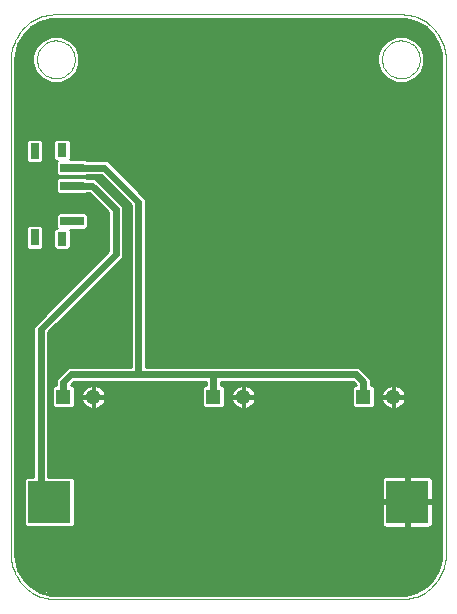
<source format=gbl>
G75*
G70*
%OFA0B0*%
%FSLAX24Y24*%
%IPPOS*%
%LPD*%
%AMOC8*
5,1,8,0,0,1.08239X$1,22.5*
%
%ADD10C,0.0000*%
%ADD11R,0.0787X0.0315*%
%ADD12R,0.0315X0.0472*%
%ADD13R,0.0315X0.0551*%
%ADD14R,0.1417X0.1417*%
%ADD15R,0.0515X0.0515*%
%ADD16C,0.0515*%
%ADD17C,0.0240*%
%ADD18C,0.0100*%
D10*
X000656Y002155D02*
X000656Y018655D01*
X001526Y018655D02*
X001528Y018705D01*
X001534Y018755D01*
X001544Y018804D01*
X001558Y018852D01*
X001575Y018899D01*
X001596Y018944D01*
X001621Y018988D01*
X001649Y019029D01*
X001681Y019068D01*
X001715Y019105D01*
X001752Y019139D01*
X001792Y019169D01*
X001834Y019196D01*
X001878Y019220D01*
X001924Y019241D01*
X001971Y019257D01*
X002019Y019270D01*
X002069Y019279D01*
X002118Y019284D01*
X002169Y019285D01*
X002219Y019282D01*
X002268Y019275D01*
X002317Y019264D01*
X002365Y019249D01*
X002411Y019231D01*
X002456Y019209D01*
X002499Y019183D01*
X002540Y019154D01*
X002579Y019122D01*
X002615Y019087D01*
X002647Y019049D01*
X002677Y019009D01*
X002704Y018966D01*
X002727Y018922D01*
X002746Y018876D01*
X002762Y018828D01*
X002774Y018779D01*
X002782Y018730D01*
X002786Y018680D01*
X002786Y018630D01*
X002782Y018580D01*
X002774Y018531D01*
X002762Y018482D01*
X002746Y018434D01*
X002727Y018388D01*
X002704Y018344D01*
X002677Y018301D01*
X002647Y018261D01*
X002615Y018223D01*
X002579Y018188D01*
X002540Y018156D01*
X002499Y018127D01*
X002456Y018101D01*
X002411Y018079D01*
X002365Y018061D01*
X002317Y018046D01*
X002268Y018035D01*
X002219Y018028D01*
X002169Y018025D01*
X002118Y018026D01*
X002069Y018031D01*
X002019Y018040D01*
X001971Y018053D01*
X001924Y018069D01*
X001878Y018090D01*
X001834Y018114D01*
X001792Y018141D01*
X001752Y018171D01*
X001715Y018205D01*
X001681Y018242D01*
X001649Y018281D01*
X001621Y018322D01*
X001596Y018366D01*
X001575Y018411D01*
X001558Y018458D01*
X001544Y018506D01*
X001534Y018555D01*
X001528Y018605D01*
X001526Y018655D01*
X000656Y018655D02*
X000658Y018731D01*
X000664Y018807D01*
X000673Y018882D01*
X000687Y018957D01*
X000704Y019031D01*
X000725Y019104D01*
X000749Y019176D01*
X000778Y019247D01*
X000809Y019316D01*
X000844Y019383D01*
X000883Y019448D01*
X000925Y019512D01*
X000970Y019573D01*
X001018Y019632D01*
X001069Y019688D01*
X001123Y019742D01*
X001179Y019793D01*
X001238Y019841D01*
X001299Y019886D01*
X001363Y019928D01*
X001428Y019967D01*
X001495Y020002D01*
X001564Y020033D01*
X001635Y020062D01*
X001707Y020086D01*
X001780Y020107D01*
X001854Y020124D01*
X001929Y020138D01*
X002004Y020147D01*
X002080Y020153D01*
X002156Y020155D01*
X013656Y020155D01*
X013026Y018655D02*
X013028Y018705D01*
X013034Y018755D01*
X013044Y018804D01*
X013058Y018852D01*
X013075Y018899D01*
X013096Y018944D01*
X013121Y018988D01*
X013149Y019029D01*
X013181Y019068D01*
X013215Y019105D01*
X013252Y019139D01*
X013292Y019169D01*
X013334Y019196D01*
X013378Y019220D01*
X013424Y019241D01*
X013471Y019257D01*
X013519Y019270D01*
X013569Y019279D01*
X013618Y019284D01*
X013669Y019285D01*
X013719Y019282D01*
X013768Y019275D01*
X013817Y019264D01*
X013865Y019249D01*
X013911Y019231D01*
X013956Y019209D01*
X013999Y019183D01*
X014040Y019154D01*
X014079Y019122D01*
X014115Y019087D01*
X014147Y019049D01*
X014177Y019009D01*
X014204Y018966D01*
X014227Y018922D01*
X014246Y018876D01*
X014262Y018828D01*
X014274Y018779D01*
X014282Y018730D01*
X014286Y018680D01*
X014286Y018630D01*
X014282Y018580D01*
X014274Y018531D01*
X014262Y018482D01*
X014246Y018434D01*
X014227Y018388D01*
X014204Y018344D01*
X014177Y018301D01*
X014147Y018261D01*
X014115Y018223D01*
X014079Y018188D01*
X014040Y018156D01*
X013999Y018127D01*
X013956Y018101D01*
X013911Y018079D01*
X013865Y018061D01*
X013817Y018046D01*
X013768Y018035D01*
X013719Y018028D01*
X013669Y018025D01*
X013618Y018026D01*
X013569Y018031D01*
X013519Y018040D01*
X013471Y018053D01*
X013424Y018069D01*
X013378Y018090D01*
X013334Y018114D01*
X013292Y018141D01*
X013252Y018171D01*
X013215Y018205D01*
X013181Y018242D01*
X013149Y018281D01*
X013121Y018322D01*
X013096Y018366D01*
X013075Y018411D01*
X013058Y018458D01*
X013044Y018506D01*
X013034Y018555D01*
X013028Y018605D01*
X013026Y018655D01*
X013656Y020155D02*
X013732Y020153D01*
X013808Y020147D01*
X013883Y020138D01*
X013958Y020124D01*
X014032Y020107D01*
X014105Y020086D01*
X014177Y020062D01*
X014248Y020033D01*
X014317Y020002D01*
X014384Y019967D01*
X014449Y019928D01*
X014513Y019886D01*
X014574Y019841D01*
X014633Y019793D01*
X014689Y019742D01*
X014743Y019688D01*
X014794Y019632D01*
X014842Y019573D01*
X014887Y019512D01*
X014929Y019448D01*
X014968Y019383D01*
X015003Y019316D01*
X015034Y019247D01*
X015063Y019176D01*
X015087Y019104D01*
X015108Y019031D01*
X015125Y018957D01*
X015139Y018882D01*
X015148Y018807D01*
X015154Y018731D01*
X015156Y018655D01*
X015156Y002155D01*
X015154Y002079D01*
X015148Y002003D01*
X015139Y001928D01*
X015125Y001853D01*
X015108Y001779D01*
X015087Y001706D01*
X015063Y001634D01*
X015034Y001563D01*
X015003Y001494D01*
X014968Y001427D01*
X014929Y001362D01*
X014887Y001298D01*
X014842Y001237D01*
X014794Y001178D01*
X014743Y001122D01*
X014689Y001068D01*
X014633Y001017D01*
X014574Y000969D01*
X014513Y000924D01*
X014449Y000882D01*
X014384Y000843D01*
X014317Y000808D01*
X014248Y000777D01*
X014177Y000748D01*
X014105Y000724D01*
X014032Y000703D01*
X013958Y000686D01*
X013883Y000672D01*
X013808Y000663D01*
X013732Y000657D01*
X013656Y000655D01*
X002156Y000655D01*
X002080Y000657D01*
X002004Y000663D01*
X001929Y000672D01*
X001854Y000686D01*
X001780Y000703D01*
X001707Y000724D01*
X001635Y000748D01*
X001564Y000777D01*
X001495Y000808D01*
X001428Y000843D01*
X001363Y000882D01*
X001299Y000924D01*
X001238Y000969D01*
X001179Y001017D01*
X001123Y001068D01*
X001069Y001122D01*
X001018Y001178D01*
X000970Y001237D01*
X000925Y001298D01*
X000883Y001362D01*
X000844Y001427D01*
X000809Y001494D01*
X000778Y001563D01*
X000749Y001634D01*
X000725Y001706D01*
X000704Y001779D01*
X000687Y001853D01*
X000673Y001928D01*
X000664Y002003D01*
X000658Y002079D01*
X000656Y002155D01*
D11*
X002693Y013269D03*
X002693Y014450D03*
X002693Y015041D03*
D12*
X002358Y015631D03*
X002358Y012679D03*
D13*
X001453Y012718D03*
X001453Y015592D03*
D14*
X001941Y003905D03*
X013870Y003905D03*
D15*
X012406Y007405D03*
X007406Y007405D03*
X002406Y007405D03*
D16*
X003406Y007405D03*
X008406Y007405D03*
X013406Y007405D03*
D17*
X012406Y007405D02*
X012406Y007905D01*
X012156Y008155D01*
X007406Y008155D01*
X007406Y007405D01*
X007406Y008155D02*
X004906Y008155D01*
X004906Y013905D01*
X003770Y015041D01*
X002693Y015041D01*
X002693Y014450D02*
X003360Y014450D01*
X004156Y013655D01*
X004156Y012155D01*
X001656Y009655D01*
X001656Y004191D01*
X001941Y003905D01*
X002406Y007405D02*
X002406Y007905D01*
X002656Y008155D01*
X004906Y008155D01*
D18*
X000908Y001638D02*
X001085Y001333D01*
X001334Y001084D01*
X001639Y000908D01*
X001979Y000817D01*
X001979Y000817D01*
X002156Y000805D01*
X013656Y000805D01*
X013832Y000817D01*
X014172Y000908D01*
X014477Y001084D01*
X014727Y001333D01*
X014903Y001638D01*
X014994Y001979D01*
X015006Y002155D01*
X015006Y018593D01*
X015006Y018626D01*
X015006Y018655D01*
X014994Y018831D01*
X014903Y019172D01*
X014727Y019477D01*
X001084Y019477D01*
X001085Y019477D02*
X001334Y019726D01*
X001639Y019902D01*
X001979Y019994D01*
X002156Y020005D01*
X002201Y020005D01*
X002218Y020005D01*
X013656Y020005D01*
X013832Y019994D01*
X014172Y019902D01*
X014477Y019726D01*
X014727Y019477D01*
X014784Y019378D02*
X013947Y019378D01*
X013811Y019435D02*
X014097Y019316D01*
X014317Y019097D01*
X014435Y018810D01*
X014435Y018500D01*
X014317Y018213D01*
X014097Y017994D01*
X013811Y017875D01*
X013500Y017875D01*
X013214Y017994D01*
X012994Y018213D01*
X012876Y018500D01*
X012876Y018810D01*
X012994Y019097D01*
X013214Y019316D01*
X013500Y019435D01*
X013811Y019435D01*
X014134Y019280D02*
X014840Y019280D01*
X014897Y019181D02*
X014232Y019181D01*
X014323Y019083D02*
X014927Y019083D01*
X014953Y018984D02*
X014363Y018984D01*
X014404Y018886D02*
X014979Y018886D01*
X014997Y018787D02*
X014435Y018787D01*
X014435Y018689D02*
X015003Y018689D01*
X015006Y018590D02*
X014435Y018590D01*
X014432Y018491D02*
X015006Y018491D01*
X015006Y018393D02*
X014391Y018393D01*
X014350Y018294D02*
X015006Y018294D01*
X015006Y018196D02*
X014299Y018196D01*
X014201Y018097D02*
X015006Y018097D01*
X015006Y017999D02*
X014102Y017999D01*
X013871Y017900D02*
X015006Y017900D01*
X015006Y017802D02*
X000806Y017802D01*
X000806Y017900D02*
X001940Y017900D01*
X002000Y017875D02*
X002311Y017875D01*
X002597Y017994D01*
X002817Y018213D01*
X002935Y018500D01*
X002935Y018810D01*
X002817Y019097D01*
X002597Y019316D01*
X002311Y019435D01*
X002000Y019435D01*
X001714Y019316D01*
X001494Y019097D01*
X001376Y018810D01*
X001376Y018500D01*
X001494Y018213D01*
X001714Y017994D01*
X002000Y017875D01*
X001709Y017999D02*
X000806Y017999D01*
X000806Y018097D02*
X001610Y018097D01*
X001512Y018196D02*
X000806Y018196D01*
X000806Y018294D02*
X001461Y018294D01*
X001420Y018393D02*
X000806Y018393D01*
X000806Y018491D02*
X001379Y018491D01*
X001376Y018590D02*
X000806Y018590D01*
X000806Y018655D02*
X000817Y018831D01*
X000908Y019172D01*
X001085Y019477D01*
X001028Y019378D02*
X001864Y019378D01*
X001677Y019280D02*
X000971Y019280D01*
X000914Y019181D02*
X001579Y019181D01*
X001489Y019083D02*
X000884Y019083D01*
X000858Y018984D02*
X001448Y018984D01*
X001407Y018886D02*
X000832Y018886D01*
X000814Y018787D02*
X001376Y018787D01*
X001376Y018689D02*
X000808Y018689D01*
X000806Y018655D02*
X000806Y002217D01*
X000806Y002206D01*
X000806Y002155D01*
X000817Y001979D01*
X000908Y001638D01*
X000908Y001641D02*
X014903Y001641D01*
X014930Y001739D02*
X000881Y001739D01*
X000855Y001838D02*
X014956Y001838D01*
X014983Y001936D02*
X000829Y001936D01*
X000813Y002035D02*
X014998Y002035D01*
X015004Y002133D02*
X000807Y002133D01*
X000806Y002232D02*
X015006Y002232D01*
X015006Y002330D02*
X000806Y002330D01*
X000806Y002429D02*
X015006Y002429D01*
X015006Y002527D02*
X000806Y002527D01*
X000806Y002626D02*
X015006Y002626D01*
X015006Y002725D02*
X000806Y002725D01*
X000806Y002823D02*
X015006Y002823D01*
X015006Y002922D02*
X000806Y002922D01*
X000806Y003020D02*
X015006Y003020D01*
X015006Y003119D02*
X014707Y003119D01*
X014699Y003104D02*
X014719Y003139D01*
X014729Y003177D01*
X014729Y003855D01*
X013920Y003855D01*
X013920Y003046D01*
X014599Y003046D01*
X014637Y003057D01*
X014671Y003076D01*
X014699Y003104D01*
X014729Y003217D02*
X015006Y003217D01*
X015006Y003316D02*
X014729Y003316D01*
X014729Y003414D02*
X015006Y003414D01*
X015006Y003513D02*
X014729Y003513D01*
X014729Y003611D02*
X015006Y003611D01*
X015006Y003710D02*
X014729Y003710D01*
X014729Y003809D02*
X015006Y003809D01*
X015006Y003907D02*
X013920Y003907D01*
X013920Y003955D02*
X013920Y003855D01*
X013820Y003855D01*
X013011Y003855D01*
X013011Y003177D01*
X013022Y003139D01*
X013041Y003104D01*
X013069Y003076D01*
X013104Y003057D01*
X013142Y003046D01*
X013820Y003046D01*
X013820Y003855D01*
X013820Y003955D01*
X013011Y003955D01*
X013011Y004634D01*
X013022Y004672D01*
X013041Y004706D01*
X013069Y004734D01*
X013104Y004754D01*
X013142Y004764D01*
X013820Y004764D01*
X013820Y003955D01*
X013920Y003955D01*
X013920Y004764D01*
X014599Y004764D01*
X014637Y004754D01*
X014671Y004734D01*
X014699Y004706D01*
X014719Y004672D01*
X014729Y004634D01*
X014729Y003955D01*
X013920Y003955D01*
X013920Y004006D02*
X013820Y004006D01*
X013820Y004104D02*
X013920Y004104D01*
X013920Y004203D02*
X013820Y004203D01*
X013820Y004301D02*
X013920Y004301D01*
X013920Y004400D02*
X013820Y004400D01*
X013820Y004498D02*
X013920Y004498D01*
X013920Y004597D02*
X013820Y004597D01*
X013820Y004695D02*
X013920Y004695D01*
X013820Y003907D02*
X002780Y003907D01*
X002780Y003809D02*
X013011Y003809D01*
X013011Y003710D02*
X002780Y003710D01*
X002780Y003611D02*
X013011Y003611D01*
X013011Y003513D02*
X002780Y003513D01*
X002780Y003414D02*
X013011Y003414D01*
X013011Y003316D02*
X002780Y003316D01*
X002780Y003217D02*
X013011Y003217D01*
X013033Y003119D02*
X002756Y003119D01*
X002780Y003143D02*
X002704Y003066D01*
X001179Y003066D01*
X001102Y003143D01*
X001102Y004668D01*
X001179Y004744D01*
X001406Y004744D01*
X001406Y009705D01*
X001444Y009797D01*
X001514Y009867D01*
X003906Y012259D01*
X003906Y013552D01*
X003257Y014200D01*
X003178Y014200D01*
X003141Y014163D01*
X002245Y014163D01*
X002169Y014239D01*
X002169Y014662D01*
X002245Y014738D01*
X003141Y014738D01*
X003178Y014700D01*
X003311Y014700D01*
X003410Y014700D01*
X003502Y014662D01*
X004297Y013867D01*
X004297Y013867D01*
X004367Y013797D01*
X004406Y013705D01*
X004406Y012205D01*
X004406Y012105D01*
X004367Y012014D01*
X001906Y009552D01*
X001906Y004744D01*
X002704Y004744D01*
X002780Y004668D01*
X002780Y003143D01*
X002780Y004006D02*
X013011Y004006D01*
X013011Y004104D02*
X002780Y004104D01*
X002780Y004203D02*
X013011Y004203D01*
X013011Y004301D02*
X002780Y004301D01*
X002780Y004400D02*
X013011Y004400D01*
X013011Y004498D02*
X002780Y004498D01*
X002780Y004597D02*
X013011Y004597D01*
X013035Y004695D02*
X002752Y004695D01*
X001906Y004794D02*
X015006Y004794D01*
X015006Y004892D02*
X001906Y004892D01*
X001906Y004991D02*
X015006Y004991D01*
X015006Y005090D02*
X001906Y005090D01*
X001906Y005188D02*
X015006Y005188D01*
X015006Y005287D02*
X001906Y005287D01*
X001906Y005385D02*
X015006Y005385D01*
X015006Y005484D02*
X001906Y005484D01*
X001906Y005582D02*
X015006Y005582D01*
X015006Y005681D02*
X001906Y005681D01*
X001906Y005779D02*
X015006Y005779D01*
X015006Y005878D02*
X001906Y005878D01*
X001906Y005976D02*
X015006Y005976D01*
X015006Y006075D02*
X001906Y006075D01*
X001906Y006174D02*
X015006Y006174D01*
X015006Y006272D02*
X001906Y006272D01*
X001906Y006371D02*
X015006Y006371D01*
X015006Y006469D02*
X001906Y006469D01*
X001906Y006568D02*
X015006Y006568D01*
X015006Y006666D02*
X001906Y006666D01*
X001906Y006765D02*
X015006Y006765D01*
X015006Y006863D02*
X001906Y006863D01*
X001906Y006962D02*
X015006Y006962D01*
X015006Y007060D02*
X013624Y007060D01*
X013619Y007057D02*
X013671Y007094D01*
X013716Y007140D01*
X013754Y007192D01*
X013783Y007249D01*
X013803Y007310D01*
X013813Y007373D01*
X013813Y007376D01*
X013435Y007376D01*
X013435Y007434D01*
X013813Y007434D01*
X013813Y007437D01*
X013803Y007501D01*
X013783Y007562D01*
X013754Y007619D01*
X013716Y007671D01*
X013671Y007716D01*
X013619Y007754D01*
X013562Y007783D01*
X013501Y007803D01*
X013438Y007813D01*
X013434Y007813D01*
X013434Y007434D01*
X013377Y007434D01*
X013377Y007813D01*
X013374Y007813D01*
X013310Y007803D01*
X013249Y007783D01*
X013192Y007754D01*
X013140Y007716D01*
X013095Y007671D01*
X013057Y007619D01*
X013028Y007562D01*
X013008Y007501D01*
X012998Y007437D01*
X012998Y007434D01*
X013377Y007434D01*
X013377Y007376D01*
X013434Y007376D01*
X013434Y006998D01*
X013438Y006998D01*
X013501Y007008D01*
X013562Y007027D01*
X013619Y007057D01*
X013730Y007159D02*
X015006Y007159D01*
X015006Y007258D02*
X013786Y007258D01*
X013810Y007356D02*
X015006Y007356D01*
X015006Y007455D02*
X013810Y007455D01*
X013786Y007553D02*
X015006Y007553D01*
X015006Y007652D02*
X013730Y007652D01*
X013624Y007750D02*
X015006Y007750D01*
X015006Y007849D02*
X012656Y007849D01*
X012656Y007855D02*
X012656Y007955D01*
X012617Y008047D01*
X012367Y008297D01*
X012297Y008367D01*
X012205Y008405D01*
X007455Y008405D01*
X007356Y008405D01*
X005156Y008405D01*
X005156Y013955D01*
X005117Y014047D01*
X005047Y014117D01*
X003911Y015253D01*
X003819Y015291D01*
X003720Y015291D01*
X003178Y015291D01*
X003141Y015328D01*
X002633Y015328D01*
X002646Y015341D01*
X002646Y015922D01*
X002570Y015998D01*
X002147Y015998D01*
X002071Y015922D01*
X002071Y015341D01*
X002147Y015265D01*
X002182Y015265D01*
X002169Y015252D01*
X002169Y014830D01*
X002245Y014753D01*
X003141Y014753D01*
X003178Y014791D01*
X003666Y014791D01*
X004656Y013802D01*
X004656Y008405D01*
X002606Y008405D01*
X002514Y008367D01*
X002444Y008297D01*
X002194Y008047D01*
X002156Y007955D01*
X002156Y007855D01*
X002156Y007793D01*
X002094Y007793D01*
X002018Y007716D01*
X002018Y007094D01*
X002094Y007018D01*
X002717Y007018D01*
X002793Y007094D01*
X002793Y007716D01*
X002717Y007793D01*
X002656Y007793D01*
X002656Y007802D01*
X002759Y007905D01*
X004856Y007905D01*
X004955Y007905D01*
X007156Y007905D01*
X007156Y007793D01*
X007094Y007793D01*
X007018Y007716D01*
X007018Y007094D01*
X007094Y007018D01*
X007717Y007018D01*
X007793Y007094D01*
X007793Y007716D01*
X007717Y007793D01*
X007656Y007793D01*
X007656Y007905D01*
X012052Y007905D01*
X012156Y007802D01*
X012156Y007793D01*
X012094Y007793D01*
X012018Y007716D01*
X012018Y007094D01*
X012094Y007018D01*
X012717Y007018D01*
X012793Y007094D01*
X012793Y007716D01*
X012717Y007793D01*
X012656Y007793D01*
X012656Y007855D01*
X012656Y007947D02*
X015006Y007947D01*
X015006Y008046D02*
X012618Y008046D01*
X012520Y008144D02*
X015006Y008144D01*
X015006Y008243D02*
X012421Y008243D01*
X012323Y008341D02*
X015006Y008341D01*
X015006Y008440D02*
X005156Y008440D01*
X005156Y008539D02*
X015006Y008539D01*
X015006Y008637D02*
X005156Y008637D01*
X005156Y008736D02*
X015006Y008736D01*
X015006Y008834D02*
X005156Y008834D01*
X005156Y008933D02*
X015006Y008933D01*
X015006Y009031D02*
X005156Y009031D01*
X005156Y009130D02*
X015006Y009130D01*
X015006Y009228D02*
X005156Y009228D01*
X005156Y009327D02*
X015006Y009327D01*
X015006Y009425D02*
X005156Y009425D01*
X005156Y009524D02*
X015006Y009524D01*
X015006Y009623D02*
X005156Y009623D01*
X005156Y009721D02*
X015006Y009721D01*
X015006Y009820D02*
X005156Y009820D01*
X005156Y009918D02*
X015006Y009918D01*
X015006Y010017D02*
X005156Y010017D01*
X005156Y010115D02*
X015006Y010115D01*
X015006Y010214D02*
X005156Y010214D01*
X005156Y010312D02*
X015006Y010312D01*
X015006Y010411D02*
X005156Y010411D01*
X005156Y010509D02*
X015006Y010509D01*
X015006Y010608D02*
X005156Y010608D01*
X005156Y010707D02*
X015006Y010707D01*
X015006Y010805D02*
X005156Y010805D01*
X005156Y010904D02*
X015006Y010904D01*
X015006Y011002D02*
X005156Y011002D01*
X005156Y011101D02*
X015006Y011101D01*
X015006Y011199D02*
X005156Y011199D01*
X005156Y011298D02*
X015006Y011298D01*
X015006Y011396D02*
X005156Y011396D01*
X005156Y011495D02*
X015006Y011495D01*
X015006Y011593D02*
X005156Y011593D01*
X005156Y011692D02*
X015006Y011692D01*
X015006Y011791D02*
X005156Y011791D01*
X005156Y011889D02*
X015006Y011889D01*
X015006Y011988D02*
X005156Y011988D01*
X005156Y012086D02*
X015006Y012086D01*
X015006Y012185D02*
X005156Y012185D01*
X005156Y012283D02*
X015006Y012283D01*
X015006Y012382D02*
X005156Y012382D01*
X005156Y012480D02*
X015006Y012480D01*
X015006Y012579D02*
X005156Y012579D01*
X005156Y012677D02*
X015006Y012677D01*
X015006Y012776D02*
X005156Y012776D01*
X005156Y012874D02*
X015006Y012874D01*
X015006Y012973D02*
X005156Y012973D01*
X005156Y013072D02*
X015006Y013072D01*
X015006Y013170D02*
X005156Y013170D01*
X005156Y013269D02*
X015006Y013269D01*
X015006Y013367D02*
X005156Y013367D01*
X005156Y013466D02*
X015006Y013466D01*
X015006Y013564D02*
X005156Y013564D01*
X005156Y013663D02*
X015006Y013663D01*
X015006Y013761D02*
X005156Y013761D01*
X005156Y013860D02*
X015006Y013860D01*
X015006Y013958D02*
X005154Y013958D01*
X005107Y014057D02*
X015006Y014057D01*
X015006Y014156D02*
X005009Y014156D01*
X004910Y014254D02*
X015006Y014254D01*
X015006Y014353D02*
X004812Y014353D01*
X004713Y014451D02*
X015006Y014451D01*
X015006Y014550D02*
X004614Y014550D01*
X004516Y014648D02*
X015006Y014648D01*
X015006Y014747D02*
X004417Y014747D01*
X004319Y014845D02*
X015006Y014845D01*
X015006Y014944D02*
X004220Y014944D01*
X004122Y015042D02*
X015006Y015042D01*
X015006Y015141D02*
X004023Y015141D01*
X003925Y015240D02*
X015006Y015240D01*
X015006Y015338D02*
X002642Y015338D01*
X002646Y015437D02*
X015006Y015437D01*
X015006Y015535D02*
X002646Y015535D01*
X002646Y015634D02*
X015006Y015634D01*
X015006Y015732D02*
X002646Y015732D01*
X002646Y015831D02*
X015006Y015831D01*
X015006Y015929D02*
X002638Y015929D01*
X002079Y015929D02*
X001732Y015929D01*
X001740Y015922D02*
X001664Y015998D01*
X001241Y015998D01*
X001165Y015922D01*
X001165Y015263D01*
X001241Y015187D01*
X001664Y015187D01*
X001740Y015263D01*
X001740Y015922D01*
X001740Y015831D02*
X002071Y015831D01*
X002071Y015732D02*
X001740Y015732D01*
X001740Y015634D02*
X002071Y015634D01*
X002071Y015535D02*
X001740Y015535D01*
X001740Y015437D02*
X002071Y015437D01*
X002074Y015338D02*
X001740Y015338D01*
X001717Y015240D02*
X002169Y015240D01*
X002169Y015141D02*
X000806Y015141D01*
X000806Y015042D02*
X002169Y015042D01*
X002169Y014944D02*
X000806Y014944D01*
X000806Y014845D02*
X002169Y014845D01*
X002169Y014648D02*
X000806Y014648D01*
X000806Y014550D02*
X002169Y014550D01*
X002169Y014451D02*
X000806Y014451D01*
X000806Y014353D02*
X002169Y014353D01*
X002169Y014254D02*
X000806Y014254D01*
X000806Y014156D02*
X003302Y014156D01*
X003400Y014057D02*
X000806Y014057D01*
X000806Y013958D02*
X003499Y013958D01*
X003597Y013860D02*
X000806Y013860D01*
X000806Y013761D02*
X003696Y013761D01*
X003794Y013663D02*
X000806Y013663D01*
X000806Y013564D02*
X003893Y013564D01*
X003906Y013466D02*
X003217Y013466D01*
X003217Y013481D02*
X003141Y013557D01*
X002245Y013557D01*
X002169Y013481D01*
X002169Y013058D01*
X002182Y013045D01*
X002147Y013045D01*
X002071Y012969D01*
X002071Y012389D01*
X002147Y012313D01*
X002570Y012313D01*
X002646Y012389D01*
X002646Y012969D01*
X002633Y012982D01*
X003141Y012982D01*
X003217Y013058D01*
X003217Y013481D01*
X003217Y013367D02*
X003906Y013367D01*
X003906Y013269D02*
X003217Y013269D01*
X003217Y013170D02*
X003906Y013170D01*
X003906Y013072D02*
X003217Y013072D01*
X002646Y012874D02*
X003906Y012874D01*
X003906Y012776D02*
X002646Y012776D01*
X002646Y012677D02*
X003906Y012677D01*
X003906Y012579D02*
X002646Y012579D01*
X002646Y012480D02*
X003906Y012480D01*
X003906Y012382D02*
X002639Y012382D01*
X002078Y012382D02*
X001733Y012382D01*
X001740Y012389D02*
X001740Y013048D01*
X001664Y013124D01*
X001241Y013124D01*
X001165Y013048D01*
X001165Y012389D01*
X001241Y012313D01*
X001664Y012313D01*
X001740Y012389D01*
X001740Y012480D02*
X002071Y012480D01*
X002071Y012579D02*
X001740Y012579D01*
X001740Y012677D02*
X002071Y012677D01*
X002071Y012776D02*
X001740Y012776D01*
X001740Y012874D02*
X002071Y012874D01*
X002075Y012973D02*
X001740Y012973D01*
X001716Y013072D02*
X002169Y013072D01*
X002169Y013170D02*
X000806Y013170D01*
X000806Y013072D02*
X001189Y013072D01*
X001165Y012973D02*
X000806Y012973D01*
X000806Y012874D02*
X001165Y012874D01*
X001165Y012776D02*
X000806Y012776D01*
X000806Y012677D02*
X001165Y012677D01*
X001165Y012579D02*
X000806Y012579D01*
X000806Y012480D02*
X001165Y012480D01*
X001172Y012382D02*
X000806Y012382D01*
X000806Y012283D02*
X003906Y012283D01*
X003832Y012185D02*
X000806Y012185D01*
X000806Y012086D02*
X003733Y012086D01*
X003635Y011988D02*
X000806Y011988D01*
X000806Y011889D02*
X003536Y011889D01*
X003437Y011791D02*
X000806Y011791D01*
X000806Y011692D02*
X003339Y011692D01*
X003240Y011593D02*
X000806Y011593D01*
X000806Y011495D02*
X003142Y011495D01*
X003043Y011396D02*
X000806Y011396D01*
X000806Y011298D02*
X002945Y011298D01*
X002846Y011199D02*
X000806Y011199D01*
X000806Y011101D02*
X002748Y011101D01*
X002649Y011002D02*
X000806Y011002D01*
X000806Y010904D02*
X002551Y010904D01*
X002452Y010805D02*
X000806Y010805D01*
X000806Y010707D02*
X002354Y010707D01*
X002255Y010608D02*
X000806Y010608D01*
X000806Y010509D02*
X002156Y010509D01*
X002058Y010411D02*
X000806Y010411D01*
X000806Y010312D02*
X001959Y010312D01*
X001861Y010214D02*
X000806Y010214D01*
X000806Y010115D02*
X001762Y010115D01*
X001664Y010017D02*
X000806Y010017D01*
X000806Y009918D02*
X001565Y009918D01*
X001467Y009820D02*
X000806Y009820D01*
X000806Y009721D02*
X001412Y009721D01*
X001406Y009623D02*
X000806Y009623D01*
X000806Y009524D02*
X001406Y009524D01*
X001406Y009425D02*
X000806Y009425D01*
X000806Y009327D02*
X001406Y009327D01*
X001406Y009228D02*
X000806Y009228D01*
X000806Y009130D02*
X001406Y009130D01*
X001406Y009031D02*
X000806Y009031D01*
X000806Y008933D02*
X001406Y008933D01*
X001406Y008834D02*
X000806Y008834D01*
X000806Y008736D02*
X001406Y008736D01*
X001406Y008637D02*
X000806Y008637D01*
X000806Y008539D02*
X001406Y008539D01*
X001406Y008440D02*
X000806Y008440D01*
X000806Y008341D02*
X001406Y008341D01*
X001406Y008243D02*
X000806Y008243D01*
X000806Y008144D02*
X001406Y008144D01*
X001406Y008046D02*
X000806Y008046D01*
X000806Y007947D02*
X001406Y007947D01*
X001406Y007849D02*
X000806Y007849D01*
X000806Y007750D02*
X001406Y007750D01*
X001406Y007652D02*
X000806Y007652D01*
X000806Y007553D02*
X001406Y007553D01*
X001406Y007455D02*
X000806Y007455D01*
X000806Y007356D02*
X001406Y007356D01*
X001406Y007258D02*
X000806Y007258D01*
X000806Y007159D02*
X001406Y007159D01*
X001406Y007060D02*
X000806Y007060D01*
X000806Y006962D02*
X001406Y006962D01*
X001406Y006863D02*
X000806Y006863D01*
X000806Y006765D02*
X001406Y006765D01*
X001406Y006666D02*
X000806Y006666D01*
X000806Y006568D02*
X001406Y006568D01*
X001406Y006469D02*
X000806Y006469D01*
X000806Y006371D02*
X001406Y006371D01*
X001406Y006272D02*
X000806Y006272D01*
X000806Y006174D02*
X001406Y006174D01*
X001406Y006075D02*
X000806Y006075D01*
X000806Y005976D02*
X001406Y005976D01*
X001406Y005878D02*
X000806Y005878D01*
X000806Y005779D02*
X001406Y005779D01*
X001406Y005681D02*
X000806Y005681D01*
X000806Y005582D02*
X001406Y005582D01*
X001406Y005484D02*
X000806Y005484D01*
X000806Y005385D02*
X001406Y005385D01*
X001406Y005287D02*
X000806Y005287D01*
X000806Y005188D02*
X001406Y005188D01*
X001406Y005090D02*
X000806Y005090D01*
X000806Y004991D02*
X001406Y004991D01*
X001406Y004892D02*
X000806Y004892D01*
X000806Y004794D02*
X001406Y004794D01*
X001130Y004695D02*
X000806Y004695D01*
X000806Y004597D02*
X001102Y004597D01*
X001102Y004498D02*
X000806Y004498D01*
X000806Y004400D02*
X001102Y004400D01*
X001102Y004301D02*
X000806Y004301D01*
X000806Y004203D02*
X001102Y004203D01*
X001102Y004104D02*
X000806Y004104D01*
X000806Y004006D02*
X001102Y004006D01*
X001102Y003907D02*
X000806Y003907D01*
X000806Y003809D02*
X001102Y003809D01*
X001102Y003710D02*
X000806Y003710D01*
X000806Y003611D02*
X001102Y003611D01*
X001102Y003513D02*
X000806Y003513D01*
X000806Y003414D02*
X001102Y003414D01*
X001102Y003316D02*
X000806Y003316D01*
X000806Y003217D02*
X001102Y003217D01*
X001126Y003119D02*
X000806Y003119D01*
X000964Y001542D02*
X014847Y001542D01*
X014790Y001443D02*
X001021Y001443D01*
X001078Y001345D02*
X014733Y001345D01*
X014640Y001246D02*
X001171Y001246D01*
X001270Y001148D02*
X014541Y001148D01*
X014417Y001049D02*
X001394Y001049D01*
X001565Y000951D02*
X014247Y000951D01*
X013965Y000852D02*
X001847Y000852D01*
X001906Y007060D02*
X002051Y007060D01*
X002018Y007159D02*
X001906Y007159D01*
X001906Y007258D02*
X002018Y007258D01*
X002018Y007356D02*
X001906Y007356D01*
X001906Y007455D02*
X002018Y007455D01*
X002018Y007553D02*
X001906Y007553D01*
X001906Y007652D02*
X002018Y007652D01*
X002052Y007750D02*
X001906Y007750D01*
X001906Y007849D02*
X002156Y007849D01*
X002156Y007947D02*
X001906Y007947D01*
X001906Y008046D02*
X002193Y008046D01*
X002291Y008144D02*
X001906Y008144D01*
X001906Y008243D02*
X002390Y008243D01*
X002444Y008297D02*
X002444Y008297D01*
X002488Y008341D02*
X001906Y008341D01*
X001906Y008440D02*
X004656Y008440D01*
X004656Y008539D02*
X001906Y008539D01*
X001906Y008637D02*
X004656Y008637D01*
X004656Y008736D02*
X001906Y008736D01*
X001906Y008834D02*
X004656Y008834D01*
X004656Y008933D02*
X001906Y008933D01*
X001906Y009031D02*
X004656Y009031D01*
X004656Y009130D02*
X001906Y009130D01*
X001906Y009228D02*
X004656Y009228D01*
X004656Y009327D02*
X001906Y009327D01*
X001906Y009425D02*
X004656Y009425D01*
X004656Y009524D02*
X001906Y009524D01*
X001977Y009623D02*
X004656Y009623D01*
X004656Y009721D02*
X002075Y009721D01*
X002174Y009820D02*
X004656Y009820D01*
X004656Y009918D02*
X002272Y009918D01*
X002371Y010017D02*
X004656Y010017D01*
X004656Y010115D02*
X002469Y010115D01*
X002568Y010214D02*
X004656Y010214D01*
X004656Y010312D02*
X002666Y010312D01*
X002765Y010411D02*
X004656Y010411D01*
X004656Y010509D02*
X002863Y010509D01*
X002962Y010608D02*
X004656Y010608D01*
X004656Y010707D02*
X003061Y010707D01*
X003159Y010805D02*
X004656Y010805D01*
X004656Y010904D02*
X003258Y010904D01*
X003356Y011002D02*
X004656Y011002D01*
X004656Y011101D02*
X003455Y011101D01*
X003553Y011199D02*
X004656Y011199D01*
X004656Y011298D02*
X003652Y011298D01*
X003750Y011396D02*
X004656Y011396D01*
X004656Y011495D02*
X003849Y011495D01*
X003947Y011593D02*
X004656Y011593D01*
X004656Y011692D02*
X004046Y011692D01*
X004144Y011791D02*
X004656Y011791D01*
X004656Y011889D02*
X004243Y011889D01*
X004342Y011988D02*
X004656Y011988D01*
X004656Y012086D02*
X004398Y012086D01*
X004406Y012185D02*
X004656Y012185D01*
X004656Y012283D02*
X004406Y012283D01*
X004406Y012382D02*
X004656Y012382D01*
X004656Y012480D02*
X004406Y012480D01*
X004406Y012579D02*
X004656Y012579D01*
X004656Y012677D02*
X004406Y012677D01*
X004406Y012776D02*
X004656Y012776D01*
X004656Y012874D02*
X004406Y012874D01*
X004406Y012973D02*
X004656Y012973D01*
X004656Y013072D02*
X004406Y013072D01*
X004406Y013170D02*
X004656Y013170D01*
X004656Y013269D02*
X004406Y013269D01*
X004406Y013367D02*
X004656Y013367D01*
X004656Y013466D02*
X004406Y013466D01*
X004406Y013564D02*
X004656Y013564D01*
X004656Y013663D02*
X004406Y013663D01*
X004382Y013761D02*
X004656Y013761D01*
X004597Y013860D02*
X004304Y013860D01*
X004206Y013958D02*
X004499Y013958D01*
X004400Y014057D02*
X004107Y014057D01*
X004009Y014156D02*
X004302Y014156D01*
X004203Y014254D02*
X003910Y014254D01*
X003812Y014353D02*
X004105Y014353D01*
X004006Y014451D02*
X003713Y014451D01*
X003614Y014550D02*
X003907Y014550D01*
X003809Y014648D02*
X003516Y014648D01*
X003710Y014747D02*
X000806Y014747D01*
X000806Y015240D02*
X001189Y015240D01*
X001165Y015338D02*
X000806Y015338D01*
X000806Y015437D02*
X001165Y015437D01*
X001165Y015535D02*
X000806Y015535D01*
X000806Y015634D02*
X001165Y015634D01*
X001165Y015732D02*
X000806Y015732D01*
X000806Y015831D02*
X001165Y015831D01*
X001173Y015929D02*
X000806Y015929D01*
X000806Y016028D02*
X015006Y016028D01*
X015006Y016126D02*
X000806Y016126D01*
X000806Y016225D02*
X015006Y016225D01*
X015006Y016324D02*
X000806Y016324D01*
X000806Y016422D02*
X015006Y016422D01*
X015006Y016521D02*
X000806Y016521D01*
X000806Y016619D02*
X015006Y016619D01*
X015006Y016718D02*
X000806Y016718D01*
X000806Y016816D02*
X015006Y016816D01*
X015006Y016915D02*
X000806Y016915D01*
X000806Y017013D02*
X015006Y017013D01*
X015006Y017112D02*
X000806Y017112D01*
X000806Y017210D02*
X015006Y017210D01*
X015006Y017309D02*
X000806Y017309D01*
X000806Y017407D02*
X015006Y017407D01*
X015006Y017506D02*
X000806Y017506D01*
X000806Y017605D02*
X015006Y017605D01*
X015006Y017703D02*
X000806Y017703D01*
X001183Y019575D02*
X014628Y019575D01*
X014530Y019674D02*
X001282Y019674D01*
X001414Y019773D02*
X014397Y019773D01*
X014226Y019871D02*
X001585Y019871D01*
X001890Y019970D02*
X013921Y019970D01*
X013364Y019378D02*
X002447Y019378D01*
X002634Y019280D02*
X013177Y019280D01*
X013079Y019181D02*
X002732Y019181D01*
X002823Y019083D02*
X012989Y019083D01*
X012948Y018984D02*
X002863Y018984D01*
X002904Y018886D02*
X012907Y018886D01*
X012876Y018787D02*
X002935Y018787D01*
X002935Y018689D02*
X012876Y018689D01*
X012876Y018590D02*
X002935Y018590D01*
X002932Y018491D02*
X012879Y018491D01*
X012920Y018393D02*
X002891Y018393D01*
X002850Y018294D02*
X012961Y018294D01*
X013012Y018196D02*
X002799Y018196D01*
X002701Y018097D02*
X013110Y018097D01*
X013209Y017999D02*
X002602Y017999D01*
X002371Y017900D02*
X013440Y017900D01*
X012108Y007849D02*
X007656Y007849D01*
X007759Y007750D02*
X008187Y007750D01*
X008192Y007754D02*
X008140Y007716D01*
X008095Y007671D01*
X008057Y007619D01*
X008028Y007562D01*
X008008Y007501D01*
X007998Y007437D01*
X007998Y007434D01*
X008377Y007434D01*
X008377Y007813D01*
X008374Y007813D01*
X008310Y007803D01*
X008249Y007783D01*
X008192Y007754D01*
X008081Y007652D02*
X007793Y007652D01*
X007793Y007553D02*
X008025Y007553D01*
X008001Y007455D02*
X007793Y007455D01*
X007793Y007356D02*
X008001Y007356D01*
X007998Y007373D02*
X008008Y007310D01*
X008028Y007249D01*
X008057Y007192D01*
X008095Y007140D01*
X008140Y007094D01*
X008192Y007057D01*
X008249Y007027D01*
X008310Y007008D01*
X008374Y006998D01*
X008377Y006998D01*
X008377Y007376D01*
X008434Y007376D01*
X008434Y006998D01*
X008438Y006998D01*
X008501Y007008D01*
X008562Y007027D01*
X008619Y007057D01*
X008671Y007094D01*
X008716Y007140D01*
X008754Y007192D01*
X008783Y007249D01*
X008803Y007310D01*
X008813Y007373D01*
X008813Y007376D01*
X008435Y007376D01*
X008435Y007434D01*
X008813Y007434D01*
X008813Y007437D01*
X008803Y007501D01*
X008783Y007562D01*
X008754Y007619D01*
X008716Y007671D01*
X008671Y007716D01*
X008619Y007754D01*
X008562Y007783D01*
X008501Y007803D01*
X008438Y007813D01*
X008434Y007813D01*
X008434Y007434D01*
X008377Y007434D01*
X008377Y007376D01*
X007998Y007376D01*
X007998Y007373D01*
X008025Y007258D02*
X007793Y007258D01*
X007793Y007159D02*
X008081Y007159D01*
X008187Y007060D02*
X007760Y007060D01*
X008377Y007060D02*
X008434Y007060D01*
X008434Y007159D02*
X008377Y007159D01*
X008377Y007258D02*
X008434Y007258D01*
X008434Y007356D02*
X008377Y007356D01*
X008377Y007455D02*
X008434Y007455D01*
X008434Y007553D02*
X008377Y007553D01*
X008377Y007652D02*
X008434Y007652D01*
X008434Y007750D02*
X008377Y007750D01*
X008624Y007750D02*
X012052Y007750D01*
X012018Y007652D02*
X008730Y007652D01*
X008786Y007553D02*
X012018Y007553D01*
X012018Y007455D02*
X008810Y007455D01*
X008810Y007356D02*
X012018Y007356D01*
X012018Y007258D02*
X008786Y007258D01*
X008730Y007159D02*
X012018Y007159D01*
X012051Y007060D02*
X008624Y007060D01*
X007051Y007060D02*
X003624Y007060D01*
X003619Y007057D02*
X003671Y007094D01*
X003716Y007140D01*
X003754Y007192D01*
X003783Y007249D01*
X003803Y007310D01*
X003813Y007373D01*
X003813Y007376D01*
X003435Y007376D01*
X003435Y007434D01*
X003813Y007434D01*
X003813Y007437D01*
X003803Y007501D01*
X003783Y007562D01*
X003754Y007619D01*
X003716Y007671D01*
X003671Y007716D01*
X003619Y007754D01*
X003562Y007783D01*
X003501Y007803D01*
X003438Y007813D01*
X003434Y007813D01*
X003434Y007434D01*
X003377Y007434D01*
X003377Y007813D01*
X003374Y007813D01*
X003310Y007803D01*
X003249Y007783D01*
X003192Y007754D01*
X003140Y007716D01*
X003095Y007671D01*
X003057Y007619D01*
X003028Y007562D01*
X003008Y007501D01*
X002998Y007437D01*
X002998Y007434D01*
X003377Y007434D01*
X003377Y007376D01*
X003434Y007376D01*
X003434Y006998D01*
X003438Y006998D01*
X003501Y007008D01*
X003562Y007027D01*
X003619Y007057D01*
X003730Y007159D02*
X007018Y007159D01*
X007018Y007258D02*
X003786Y007258D01*
X003810Y007356D02*
X007018Y007356D01*
X007018Y007455D02*
X003810Y007455D01*
X003786Y007553D02*
X007018Y007553D01*
X007018Y007652D02*
X003730Y007652D01*
X003624Y007750D02*
X007052Y007750D01*
X007156Y007849D02*
X002703Y007849D01*
X002759Y007750D02*
X003187Y007750D01*
X003081Y007652D02*
X002793Y007652D01*
X002793Y007553D02*
X003025Y007553D01*
X003001Y007455D02*
X002793Y007455D01*
X002793Y007356D02*
X003001Y007356D01*
X002998Y007373D02*
X003008Y007310D01*
X003028Y007249D01*
X003057Y007192D01*
X003095Y007140D01*
X003140Y007094D01*
X003192Y007057D01*
X003249Y007027D01*
X003310Y007008D01*
X003374Y006998D01*
X003377Y006998D01*
X003377Y007376D01*
X002998Y007376D01*
X002998Y007373D01*
X003025Y007258D02*
X002793Y007258D01*
X002793Y007159D02*
X003081Y007159D01*
X003187Y007060D02*
X002760Y007060D01*
X003377Y007060D02*
X003434Y007060D01*
X003434Y007159D02*
X003377Y007159D01*
X003377Y007258D02*
X003434Y007258D01*
X003434Y007356D02*
X003377Y007356D01*
X003377Y007455D02*
X003434Y007455D01*
X003434Y007553D02*
X003377Y007553D01*
X003377Y007652D02*
X003434Y007652D01*
X003434Y007750D02*
X003377Y007750D01*
X003906Y012973D02*
X002642Y012973D01*
X002169Y013269D02*
X000806Y013269D01*
X000806Y013367D02*
X002169Y013367D01*
X002169Y013466D02*
X000806Y013466D01*
X012759Y007750D02*
X013187Y007750D01*
X013081Y007652D02*
X012793Y007652D01*
X012793Y007553D02*
X013025Y007553D01*
X013001Y007455D02*
X012793Y007455D01*
X012793Y007356D02*
X013001Y007356D01*
X012998Y007373D02*
X013008Y007310D01*
X013028Y007249D01*
X013057Y007192D01*
X013095Y007140D01*
X013140Y007094D01*
X013192Y007057D01*
X013249Y007027D01*
X013310Y007008D01*
X013374Y006998D01*
X013377Y006998D01*
X013377Y007376D01*
X012998Y007376D01*
X012998Y007373D01*
X013025Y007258D02*
X012793Y007258D01*
X012793Y007159D02*
X013081Y007159D01*
X013187Y007060D02*
X012760Y007060D01*
X013377Y007060D02*
X013434Y007060D01*
X013434Y007159D02*
X013377Y007159D01*
X013377Y007258D02*
X013434Y007258D01*
X013434Y007356D02*
X013377Y007356D01*
X013377Y007455D02*
X013434Y007455D01*
X013434Y007553D02*
X013377Y007553D01*
X013377Y007652D02*
X013434Y007652D01*
X013434Y007750D02*
X013377Y007750D01*
X014705Y004695D02*
X015006Y004695D01*
X015006Y004597D02*
X014729Y004597D01*
X014729Y004498D02*
X015006Y004498D01*
X015006Y004400D02*
X014729Y004400D01*
X014729Y004301D02*
X015006Y004301D01*
X015006Y004203D02*
X014729Y004203D01*
X014729Y004104D02*
X015006Y004104D01*
X015006Y004006D02*
X014729Y004006D01*
X013920Y003809D02*
X013820Y003809D01*
X013820Y003710D02*
X013920Y003710D01*
X013920Y003611D02*
X013820Y003611D01*
X013820Y003513D02*
X013920Y003513D01*
X013920Y003414D02*
X013820Y003414D01*
X013820Y003316D02*
X013920Y003316D01*
X013920Y003217D02*
X013820Y003217D01*
X013820Y003119D02*
X013920Y003119D01*
M02*

</source>
